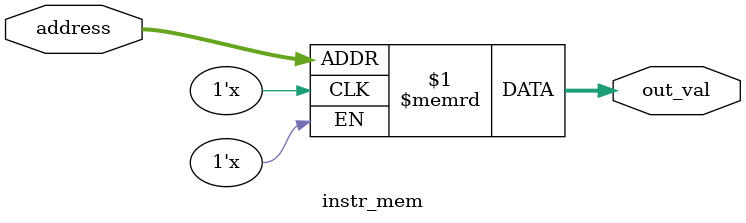
<source format=sv>
module instr_mem(
        input logic [11:0]  address,

        output logic [8:0] out_val
    );

    logic [8:0] instr_core[4095:0];

    assign out_val =  instr_core[address];

endmodule
</source>
